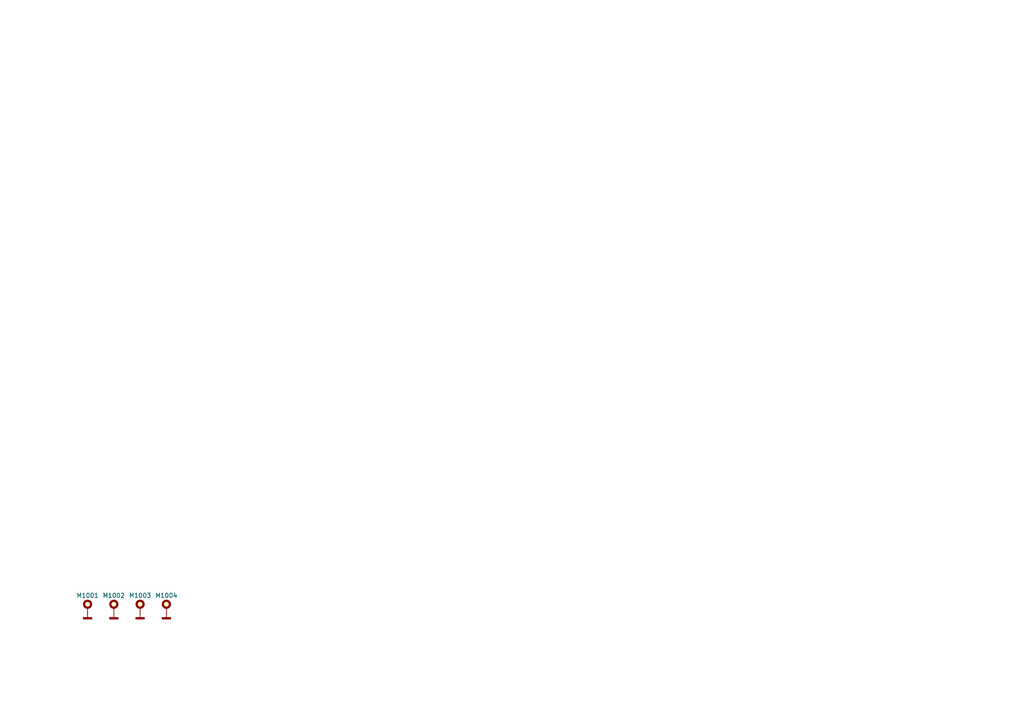
<source format=kicad_sch>
(kicad_sch
	(version 20250114)
	(generator "eeschema")
	(generator_version "9.0")
	(uuid "e63e39d7-6ac0-4ffd-8aa3-1841a4541b55")
	(paper "A4")
	(title_block
		(title "Project name")
		(date "2025-02-04")
		(rev "1")
		(comment 1 "PCA number")
		(comment 2 "PCB number")
	)
	(lib_symbols
		(symbol "lily_symbols:GND"
			(power)
			(pin_numbers
				(hide yes)
			)
			(pin_names
				(offset 0)
				(hide yes)
			)
			(exclude_from_sim no)
			(in_bom no)
			(on_board yes)
			(property "Reference" "#PWR"
				(at 0 -10.16 0)
				(effects
					(font
						(size 1.27 1.27)
					)
					(hide yes)
				)
			)
			(property "Value" "GND"
				(at 0 -7.62 0)
				(effects
					(font
						(size 1.27 1.27)
					)
					(hide yes)
				)
			)
			(property "Footprint" ""
				(at 0 0 0)
				(effects
					(font
						(size 1.27 1.27)
					)
					(hide yes)
				)
			)
			(property "Datasheet" ""
				(at 0 0 0)
				(effects
					(font
						(size 1.27 1.27)
					)
					(hide yes)
				)
			)
			(property "Description" ""
				(at 0 0 0)
				(effects
					(font
						(size 1.27 1.27)
					)
					(hide yes)
				)
			)
			(property "Revision" "1"
				(at 0 -5.08 0)
				(effects
					(font
						(size 1.27 1.27)
					)
					(hide yes)
				)
			)
			(symbol "GND_1_1"
				(rectangle
					(start -1.27 -1.27)
					(end 1.27 -1.778)
					(stroke
						(width 0)
						(type default)
					)
					(fill
						(type outline)
					)
				)
				(pin power_in line
					(at 0 0 270)
					(length 1.27)
					(name "GND"
						(effects
							(font
								(size 1.27 1.27)
							)
						)
					)
					(number "1"
						(effects
							(font
								(size 1.27 1.27)
							)
						)
					)
				)
			)
			(embedded_fonts no)
		)
		(symbol "lily_symbols:mec_hole_m3_pth"
			(pin_numbers
				(hide yes)
			)
			(pin_names
				(hide yes)
			)
			(exclude_from_sim yes)
			(in_bom no)
			(on_board yes)
			(property "Reference" "M"
				(at 0 5.08 0)
				(effects
					(font
						(size 1.27 1.27)
					)
				)
			)
			(property "Value" "mec_hole_m3_pth"
				(at 0 -10.16 0)
				(effects
					(font
						(size 1.27 1.27)
					)
					(hide yes)
				)
			)
			(property "Footprint" "lily_footprints:mec_hole_m3_pth"
				(at 0 -12.7 0)
				(effects
					(font
						(size 1.27 1.27)
					)
					(hide yes)
				)
			)
			(property "Datasheet" ""
				(at 0 0 0)
				(effects
					(font
						(size 1.27 1.27)
					)
					(hide yes)
				)
			)
			(property "Description" ""
				(at 0 0 0)
				(effects
					(font
						(size 1.27 1.27)
					)
					(hide yes)
				)
			)
			(property "Revision" "1"
				(at 0 -7.62 0)
				(effects
					(font
						(size 1.27 1.27)
					)
					(hide yes)
				)
			)
			(symbol "mec_hole_m3_pth_1_1"
				(circle
					(center 0 2.54)
					(radius 1.016)
					(stroke
						(width 0.635)
						(type solid)
					)
					(fill
						(type background)
					)
				)
				(pin passive line
					(at 0 0 90)
					(length 1.27)
					(name ""
						(effects
							(font
								(size 1.27 1.27)
							)
						)
					)
					(number "1"
						(effects
							(font
								(size 1.27 1.27)
							)
						)
					)
				)
			)
			(embedded_fonts no)
		)
	)
	(symbol
		(lib_id "lily_symbols:mec_hole_m3_pth")
		(at 40.64 177.8 0)
		(unit 1)
		(exclude_from_sim yes)
		(in_bom no)
		(on_board yes)
		(dnp no)
		(uuid "0720b7aa-a100-49f1-95eb-6ffb8ce1d25a")
		(property "Reference" "M1003"
			(at 40.64 172.72 0)
			(effects
				(font
					(size 1.27 1.27)
				)
			)
		)
		(property "Value" "mec_hole_m3_pth"
			(at 40.64 187.96 0)
			(effects
				(font
					(size 1.27 1.27)
				)
				(hide yes)
			)
		)
		(property "Footprint" "lily_footprints:mec_hole_m3_pth"
			(at 40.64 190.5 0)
			(effects
				(font
					(size 1.27 1.27)
				)
				(hide yes)
			)
		)
		(property "Datasheet" ""
			(at 40.64 177.8 0)
			(effects
				(font
					(size 1.27 1.27)
				)
				(hide yes)
			)
		)
		(property "Description" ""
			(at 40.64 177.8 0)
			(effects
				(font
					(size 1.27 1.27)
				)
				(hide yes)
			)
		)
		(property "Revision" "1"
			(at 40.64 185.42 0)
			(effects
				(font
					(size 1.27 1.27)
				)
				(hide yes)
			)
		)
		(pin "1"
			(uuid "56b2a6f8-2987-4136-96b5-7af8548e6552")
		)
		(instances
			(project "default"
				(path "/e63e39d7-6ac0-4ffd-8aa3-1841a4541b55"
					(reference "M1003")
					(unit 1)
				)
			)
		)
	)
	(symbol
		(lib_id "lily_symbols:GND")
		(at 33.02 177.8 0)
		(unit 1)
		(exclude_from_sim no)
		(in_bom no)
		(on_board yes)
		(dnp no)
		(uuid "4fd60d6c-c61a-4661-812c-263250159913")
		(property "Reference" "#PWR01002"
			(at 33.02 187.96 0)
			(effects
				(font
					(size 1.27 1.27)
				)
				(hide yes)
			)
		)
		(property "Value" "GND"
			(at 33.02 185.42 0)
			(effects
				(font
					(size 1.27 1.27)
				)
				(hide yes)
			)
		)
		(property "Footprint" ""
			(at 33.02 177.8 0)
			(effects
				(font
					(size 1.27 1.27)
				)
				(hide yes)
			)
		)
		(property "Datasheet" ""
			(at 33.02 177.8 0)
			(effects
				(font
					(size 1.27 1.27)
				)
				(hide yes)
			)
		)
		(property "Description" ""
			(at 33.02 177.8 0)
			(effects
				(font
					(size 1.27 1.27)
				)
				(hide yes)
			)
		)
		(property "Revision" "1"
			(at 33.02 182.88 0)
			(effects
				(font
					(size 1.27 1.27)
				)
				(hide yes)
			)
		)
		(pin "1"
			(uuid "db8bd267-0442-4a1d-af9c-71fba4d60e16")
		)
		(instances
			(project ""
				(path "/e63e39d7-6ac0-4ffd-8aa3-1841a4541b55"
					(reference "#PWR01002")
					(unit 1)
				)
			)
		)
	)
	(symbol
		(lib_id "lily_symbols:GND")
		(at 40.64 177.8 0)
		(unit 1)
		(exclude_from_sim no)
		(in_bom no)
		(on_board yes)
		(dnp no)
		(uuid "5315d13a-b8b0-45af-ba2b-e80bcddcc076")
		(property "Reference" "#PWR01003"
			(at 40.64 187.96 0)
			(effects
				(font
					(size 1.27 1.27)
				)
				(hide yes)
			)
		)
		(property "Value" "GND"
			(at 40.64 185.42 0)
			(effects
				(font
					(size 1.27 1.27)
				)
				(hide yes)
			)
		)
		(property "Footprint" ""
			(at 40.64 177.8 0)
			(effects
				(font
					(size 1.27 1.27)
				)
				(hide yes)
			)
		)
		(property "Datasheet" ""
			(at 40.64 177.8 0)
			(effects
				(font
					(size 1.27 1.27)
				)
				(hide yes)
			)
		)
		(property "Description" ""
			(at 40.64 177.8 0)
			(effects
				(font
					(size 1.27 1.27)
				)
				(hide yes)
			)
		)
		(property "Revision" "1"
			(at 40.64 182.88 0)
			(effects
				(font
					(size 1.27 1.27)
				)
				(hide yes)
			)
		)
		(pin "1"
			(uuid "755bc653-ee9a-408f-9a8e-2565fe548877")
		)
		(instances
			(project ""
				(path "/e63e39d7-6ac0-4ffd-8aa3-1841a4541b55"
					(reference "#PWR01003")
					(unit 1)
				)
			)
		)
	)
	(symbol
		(lib_id "lily_symbols:mec_hole_m3_pth")
		(at 48.26 177.8 0)
		(unit 1)
		(exclude_from_sim yes)
		(in_bom no)
		(on_board yes)
		(dnp no)
		(uuid "54285fbd-85f1-4987-8ff7-4077321bfbf8")
		(property "Reference" "M1004"
			(at 48.26 172.72 0)
			(effects
				(font
					(size 1.27 1.27)
				)
			)
		)
		(property "Value" "mec_hole_m3_pth"
			(at 48.26 187.96 0)
			(effects
				(font
					(size 1.27 1.27)
				)
				(hide yes)
			)
		)
		(property "Footprint" "lily_footprints:mec_hole_m3_pth"
			(at 48.26 190.5 0)
			(effects
				(font
					(size 1.27 1.27)
				)
				(hide yes)
			)
		)
		(property "Datasheet" ""
			(at 48.26 177.8 0)
			(effects
				(font
					(size 1.27 1.27)
				)
				(hide yes)
			)
		)
		(property "Description" ""
			(at 48.26 177.8 0)
			(effects
				(font
					(size 1.27 1.27)
				)
				(hide yes)
			)
		)
		(property "Revision" "1"
			(at 48.26 185.42 0)
			(effects
				(font
					(size 1.27 1.27)
				)
				(hide yes)
			)
		)
		(pin "1"
			(uuid "d099dbb5-8cab-4da0-8a26-0bcd823b18f4")
		)
		(instances
			(project "default"
				(path "/e63e39d7-6ac0-4ffd-8aa3-1841a4541b55"
					(reference "M1004")
					(unit 1)
				)
			)
		)
	)
	(symbol
		(lib_id "lily_symbols:GND")
		(at 48.26 177.8 0)
		(unit 1)
		(exclude_from_sim no)
		(in_bom no)
		(on_board yes)
		(dnp no)
		(uuid "64ffc5ec-caf2-4b60-85c0-90b0dca5adc9")
		(property "Reference" "#PWR01004"
			(at 48.26 187.96 0)
			(effects
				(font
					(size 1.27 1.27)
				)
				(hide yes)
			)
		)
		(property "Value" "GND"
			(at 48.26 185.42 0)
			(effects
				(font
					(size 1.27 1.27)
				)
				(hide yes)
			)
		)
		(property "Footprint" ""
			(at 48.26 177.8 0)
			(effects
				(font
					(size 1.27 1.27)
				)
				(hide yes)
			)
		)
		(property "Datasheet" ""
			(at 48.26 177.8 0)
			(effects
				(font
					(size 1.27 1.27)
				)
				(hide yes)
			)
		)
		(property "Description" ""
			(at 48.26 177.8 0)
			(effects
				(font
					(size 1.27 1.27)
				)
				(hide yes)
			)
		)
		(property "Revision" "1"
			(at 48.26 182.88 0)
			(effects
				(font
					(size 1.27 1.27)
				)
				(hide yes)
			)
		)
		(pin "1"
			(uuid "bd141651-f3e8-4eac-a57d-2506e42b599f")
		)
		(instances
			(project ""
				(path "/e63e39d7-6ac0-4ffd-8aa3-1841a4541b55"
					(reference "#PWR01004")
					(unit 1)
				)
			)
		)
	)
	(symbol
		(lib_id "lily_symbols:mec_hole_m3_pth")
		(at 25.4 177.8 0)
		(unit 1)
		(exclude_from_sim yes)
		(in_bom no)
		(on_board yes)
		(dnp no)
		(uuid "bbf8114d-c41c-4fc9-8808-d5385fe7737d")
		(property "Reference" "M1001"
			(at 25.4 172.72 0)
			(effects
				(font
					(size 1.27 1.27)
				)
			)
		)
		(property "Value" "mec_hole_m3_pth"
			(at 25.4 187.96 0)
			(effects
				(font
					(size 1.27 1.27)
				)
				(hide yes)
			)
		)
		(property "Footprint" "lily_footprints:mec_hole_m3_pth"
			(at 25.4 190.5 0)
			(effects
				(font
					(size 1.27 1.27)
				)
				(hide yes)
			)
		)
		(property "Datasheet" ""
			(at 25.4 177.8 0)
			(effects
				(font
					(size 1.27 1.27)
				)
				(hide yes)
			)
		)
		(property "Description" ""
			(at 25.4 177.8 0)
			(effects
				(font
					(size 1.27 1.27)
				)
				(hide yes)
			)
		)
		(property "Revision" "1"
			(at 25.4 185.42 0)
			(effects
				(font
					(size 1.27 1.27)
				)
				(hide yes)
			)
		)
		(pin "1"
			(uuid "dd879416-8813-43a6-8251-3d18ca9d879f")
		)
		(instances
			(project ""
				(path "/e63e39d7-6ac0-4ffd-8aa3-1841a4541b55"
					(reference "M1001")
					(unit 1)
				)
			)
		)
	)
	(symbol
		(lib_id "lily_symbols:GND")
		(at 25.4 177.8 0)
		(unit 1)
		(exclude_from_sim no)
		(in_bom no)
		(on_board yes)
		(dnp no)
		(uuid "c9df0bd8-396e-41d3-b71c-447cc4297549")
		(property "Reference" "#PWR01001"
			(at 25.4 187.96 0)
			(effects
				(font
					(size 1.27 1.27)
				)
				(hide yes)
			)
		)
		(property "Value" "GND"
			(at 25.4 185.42 0)
			(effects
				(font
					(size 1.27 1.27)
				)
				(hide yes)
			)
		)
		(property "Footprint" ""
			(at 25.4 177.8 0)
			(effects
				(font
					(size 1.27 1.27)
				)
				(hide yes)
			)
		)
		(property "Datasheet" ""
			(at 25.4 177.8 0)
			(effects
				(font
					(size 1.27 1.27)
				)
				(hide yes)
			)
		)
		(property "Description" ""
			(at 25.4 177.8 0)
			(effects
				(font
					(size 1.27 1.27)
				)
				(hide yes)
			)
		)
		(property "Revision" "1"
			(at 25.4 182.88 0)
			(effects
				(font
					(size 1.27 1.27)
				)
				(hide yes)
			)
		)
		(pin "1"
			(uuid "59b1c060-c046-4167-a01c-6c61500c30d2")
		)
		(instances
			(project ""
				(path "/e63e39d7-6ac0-4ffd-8aa3-1841a4541b55"
					(reference "#PWR01001")
					(unit 1)
				)
			)
		)
	)
	(symbol
		(lib_id "lily_symbols:mec_hole_m3_pth")
		(at 33.02 177.8 0)
		(unit 1)
		(exclude_from_sim yes)
		(in_bom no)
		(on_board yes)
		(dnp no)
		(uuid "e9fcb072-5a38-4f56-b42f-38745c845577")
		(property "Reference" "M1002"
			(at 33.02 172.72 0)
			(effects
				(font
					(size 1.27 1.27)
				)
			)
		)
		(property "Value" "mec_hole_m3_pth"
			(at 33.02 187.96 0)
			(effects
				(font
					(size 1.27 1.27)
				)
				(hide yes)
			)
		)
		(property "Footprint" "lily_footprints:mec_hole_m3_pth"
			(at 33.02 190.5 0)
			(effects
				(font
					(size 1.27 1.27)
				)
				(hide yes)
			)
		)
		(property "Datasheet" ""
			(at 33.02 177.8 0)
			(effects
				(font
					(size 1.27 1.27)
				)
				(hide yes)
			)
		)
		(property "Description" ""
			(at 33.02 177.8 0)
			(effects
				(font
					(size 1.27 1.27)
				)
				(hide yes)
			)
		)
		(property "Revision" "1"
			(at 33.02 185.42 0)
			(effects
				(font
					(size 1.27 1.27)
				)
				(hide yes)
			)
		)
		(pin "1"
			(uuid "a43c498d-8f64-4591-9728-b9aa8bc9a457")
		)
		(instances
			(project "default"
				(path "/e63e39d7-6ac0-4ffd-8aa3-1841a4541b55"
					(reference "M1002")
					(unit 1)
				)
			)
		)
	)
	(sheet_instances
		(path "/"
			(page "1")
		)
	)
	(embedded_fonts no)
)

</source>
